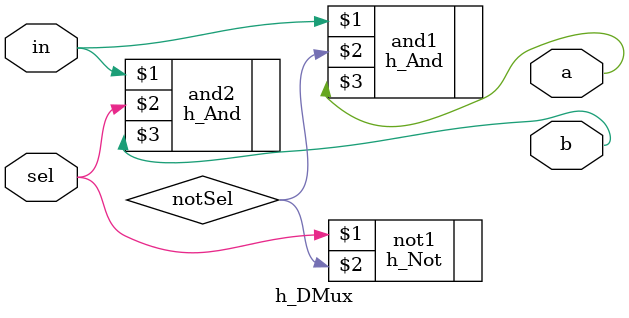
<source format=v>
module h_DMux (
    input in,
    sel,
    output reg a,
    b
);

  wire notSel;

  h_Not not1 (
      sel,
      notSel
  );
  h_And and1 (
      in,
      notSel,
      a
  );
  h_And and2 (
      in,
      sel,
      b
  );

endmodule

</source>
